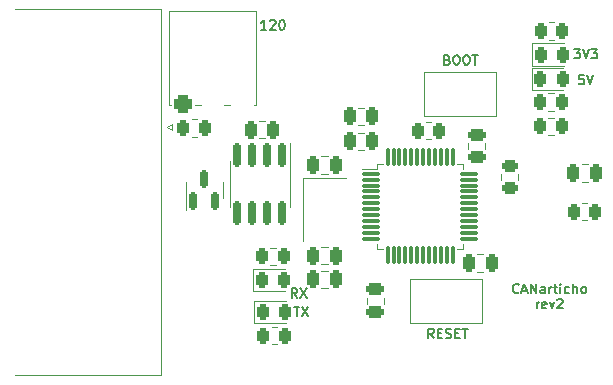
<source format=gbr>
%TF.GenerationSoftware,KiCad,Pcbnew,(6.0.2)*%
%TF.CreationDate,2022-11-22T23:48:31+01:00*%
%TF.ProjectId,CANap_,43414e61-70e9-42e6-9b69-6361645f7063,rev?*%
%TF.SameCoordinates,Original*%
%TF.FileFunction,Legend,Top*%
%TF.FilePolarity,Positive*%
%FSLAX46Y46*%
G04 Gerber Fmt 4.6, Leading zero omitted, Abs format (unit mm)*
G04 Created by KiCad (PCBNEW (6.0.2)) date 2022-11-22 23:48:31*
%MOMM*%
%LPD*%
G01*
G04 APERTURE LIST*
G04 Aperture macros list*
%AMRoundRect*
0 Rectangle with rounded corners*
0 $1 Rounding radius*
0 $2 $3 $4 $5 $6 $7 $8 $9 X,Y pos of 4 corners*
0 Add a 4 corners polygon primitive as box body*
4,1,4,$2,$3,$4,$5,$6,$7,$8,$9,$2,$3,0*
0 Add four circle primitives for the rounded corners*
1,1,$1+$1,$2,$3*
1,1,$1+$1,$4,$5*
1,1,$1+$1,$6,$7*
1,1,$1+$1,$8,$9*
0 Add four rect primitives between the rounded corners*
20,1,$1+$1,$2,$3,$4,$5,0*
20,1,$1+$1,$4,$5,$6,$7,0*
20,1,$1+$1,$6,$7,$8,$9,0*
20,1,$1+$1,$8,$9,$2,$3,0*%
G04 Aperture macros list end*
%ADD10C,0.200000*%
%ADD11C,0.152400*%
%ADD12C,0.120000*%
%ADD13RoundRect,0.250000X-0.250000X-0.475000X0.250000X-0.475000X0.250000X0.475000X-0.250000X0.475000X0*%
%ADD14RoundRect,0.250000X-0.475000X0.250000X-0.475000X-0.250000X0.475000X-0.250000X0.475000X0.250000X0*%
%ADD15RoundRect,0.250000X-0.262500X-0.450000X0.262500X-0.450000X0.262500X0.450000X-0.262500X0.450000X0*%
%ADD16RoundRect,0.250000X0.262500X0.450000X-0.262500X0.450000X-0.262500X-0.450000X0.262500X-0.450000X0*%
%ADD17C,4.000000*%
%ADD18R,1.600000X1.600000*%
%ADD19C,1.600000*%
%ADD20RoundRect,0.250000X0.250000X0.475000X-0.250000X0.475000X-0.250000X-0.475000X0.250000X-0.475000X0*%
%ADD21RoundRect,0.075000X-0.662500X-0.075000X0.662500X-0.075000X0.662500X0.075000X-0.662500X0.075000X0*%
%ADD22RoundRect,0.075000X-0.075000X-0.662500X0.075000X-0.662500X0.075000X0.662500X-0.075000X0.662500X0*%
%ADD23R,1.500000X1.500000*%
%ADD24RoundRect,0.400000X-0.400000X0.400000X-0.400000X-0.400000X0.400000X-0.400000X0.400000X0.400000X0*%
%ADD25RoundRect,0.243750X-0.243750X-0.456250X0.243750X-0.456250X0.243750X0.456250X-0.243750X0.456250X0*%
%ADD26RoundRect,0.150000X-0.150000X0.825000X-0.150000X-0.825000X0.150000X-0.825000X0.150000X0.825000X0*%
%ADD27RoundRect,0.150000X0.150000X-0.587500X0.150000X0.587500X-0.150000X0.587500X-0.150000X-0.587500X0*%
%ADD28RoundRect,0.250000X-0.450000X0.262500X-0.450000X-0.262500X0.450000X-0.262500X0.450000X0.262500X0*%
%ADD29R,1.300000X1.600000*%
%ADD30C,0.700000*%
%ADD31O,2.400000X0.900000*%
%ADD32O,1.700000X0.900000*%
G04 APERTURE END LIST*
D10*
X165989285Y-71767857D02*
X166103571Y-71805952D01*
X166141666Y-71844047D01*
X166179761Y-71920238D01*
X166179761Y-72034523D01*
X166141666Y-72110714D01*
X166103571Y-72148809D01*
X166027380Y-72186904D01*
X165722619Y-72186904D01*
X165722619Y-71386904D01*
X165989285Y-71386904D01*
X166065476Y-71425000D01*
X166103571Y-71463095D01*
X166141666Y-71539285D01*
X166141666Y-71615476D01*
X166103571Y-71691666D01*
X166065476Y-71729761D01*
X165989285Y-71767857D01*
X165722619Y-71767857D01*
X166675000Y-71386904D02*
X166827380Y-71386904D01*
X166903571Y-71425000D01*
X166979761Y-71501190D01*
X167017857Y-71653571D01*
X167017857Y-71920238D01*
X166979761Y-72072619D01*
X166903571Y-72148809D01*
X166827380Y-72186904D01*
X166675000Y-72186904D01*
X166598809Y-72148809D01*
X166522619Y-72072619D01*
X166484523Y-71920238D01*
X166484523Y-71653571D01*
X166522619Y-71501190D01*
X166598809Y-71425000D01*
X166675000Y-71386904D01*
X167513095Y-71386904D02*
X167665476Y-71386904D01*
X167741666Y-71425000D01*
X167817857Y-71501190D01*
X167855952Y-71653571D01*
X167855952Y-71920238D01*
X167817857Y-72072619D01*
X167741666Y-72148809D01*
X167665476Y-72186904D01*
X167513095Y-72186904D01*
X167436904Y-72148809D01*
X167360714Y-72072619D01*
X167322619Y-71920238D01*
X167322619Y-71653571D01*
X167360714Y-71501190D01*
X167436904Y-71425000D01*
X167513095Y-71386904D01*
X168084523Y-71386904D02*
X168541666Y-71386904D01*
X168313095Y-72186904D02*
X168313095Y-71386904D01*
X177547619Y-73061904D02*
X177166666Y-73061904D01*
X177128571Y-73442857D01*
X177166666Y-73404761D01*
X177242857Y-73366666D01*
X177433333Y-73366666D01*
X177509523Y-73404761D01*
X177547619Y-73442857D01*
X177585714Y-73519047D01*
X177585714Y-73709523D01*
X177547619Y-73785714D01*
X177509523Y-73823809D01*
X177433333Y-73861904D01*
X177242857Y-73861904D01*
X177166666Y-73823809D01*
X177128571Y-73785714D01*
X177814285Y-73061904D02*
X178080952Y-73861904D01*
X178347619Y-73061904D01*
D11*
X150658133Y-69217695D02*
X150193676Y-69217695D01*
X150425904Y-69217695D02*
X150425904Y-68404895D01*
X150348495Y-68521009D01*
X150271085Y-68598419D01*
X150193676Y-68637123D01*
X150967771Y-68482304D02*
X151006476Y-68443600D01*
X151083885Y-68404895D01*
X151277409Y-68404895D01*
X151354819Y-68443600D01*
X151393523Y-68482304D01*
X151432228Y-68559714D01*
X151432228Y-68637123D01*
X151393523Y-68753238D01*
X150929066Y-69217695D01*
X151432228Y-69217695D01*
X151935390Y-68404895D02*
X152012800Y-68404895D01*
X152090209Y-68443600D01*
X152128914Y-68482304D01*
X152167619Y-68559714D01*
X152206323Y-68714533D01*
X152206323Y-68908057D01*
X152167619Y-69062876D01*
X152128914Y-69140285D01*
X152090209Y-69178990D01*
X152012800Y-69217695D01*
X151935390Y-69217695D01*
X151857980Y-69178990D01*
X151819276Y-69140285D01*
X151780571Y-69062876D01*
X151741866Y-68908057D01*
X151741866Y-68714533D01*
X151780571Y-68559714D01*
X151819276Y-68482304D01*
X151857980Y-68443600D01*
X151935390Y-68404895D01*
D10*
X176709523Y-70861904D02*
X177204761Y-70861904D01*
X176938095Y-71166666D01*
X177052380Y-71166666D01*
X177128571Y-71204761D01*
X177166666Y-71242857D01*
X177204761Y-71319047D01*
X177204761Y-71509523D01*
X177166666Y-71585714D01*
X177128571Y-71623809D01*
X177052380Y-71661904D01*
X176823809Y-71661904D01*
X176747619Y-71623809D01*
X176709523Y-71585714D01*
X177433333Y-70861904D02*
X177700000Y-71661904D01*
X177966666Y-70861904D01*
X178157142Y-70861904D02*
X178652380Y-70861904D01*
X178385714Y-71166666D01*
X178500000Y-71166666D01*
X178576190Y-71204761D01*
X178614285Y-71242857D01*
X178652380Y-71319047D01*
X178652380Y-71509523D01*
X178614285Y-71585714D01*
X178576190Y-71623809D01*
X178500000Y-71661904D01*
X178271428Y-71661904D01*
X178195238Y-71623809D01*
X178157142Y-71585714D01*
X153266666Y-91911904D02*
X153000000Y-91530952D01*
X152809523Y-91911904D02*
X152809523Y-91111904D01*
X153114285Y-91111904D01*
X153190476Y-91150000D01*
X153228571Y-91188095D01*
X153266666Y-91264285D01*
X153266666Y-91378571D01*
X153228571Y-91454761D01*
X153190476Y-91492857D01*
X153114285Y-91530952D01*
X152809523Y-91530952D01*
X153533333Y-91111904D02*
X154066666Y-91911904D01*
X154066666Y-91111904D02*
X153533333Y-91911904D01*
X172015476Y-91466714D02*
X171977380Y-91504809D01*
X171863095Y-91542904D01*
X171786904Y-91542904D01*
X171672619Y-91504809D01*
X171596428Y-91428619D01*
X171558333Y-91352428D01*
X171520238Y-91200047D01*
X171520238Y-91085761D01*
X171558333Y-90933380D01*
X171596428Y-90857190D01*
X171672619Y-90781000D01*
X171786904Y-90742904D01*
X171863095Y-90742904D01*
X171977380Y-90781000D01*
X172015476Y-90819095D01*
X172320238Y-91314333D02*
X172701190Y-91314333D01*
X172244047Y-91542904D02*
X172510714Y-90742904D01*
X172777380Y-91542904D01*
X173044047Y-91542904D02*
X173044047Y-90742904D01*
X173501190Y-91542904D01*
X173501190Y-90742904D01*
X174225000Y-91542904D02*
X174225000Y-91123857D01*
X174186904Y-91047666D01*
X174110714Y-91009571D01*
X173958333Y-91009571D01*
X173882142Y-91047666D01*
X174225000Y-91504809D02*
X174148809Y-91542904D01*
X173958333Y-91542904D01*
X173882142Y-91504809D01*
X173844047Y-91428619D01*
X173844047Y-91352428D01*
X173882142Y-91276238D01*
X173958333Y-91238142D01*
X174148809Y-91238142D01*
X174225000Y-91200047D01*
X174605952Y-91542904D02*
X174605952Y-91009571D01*
X174605952Y-91161952D02*
X174644047Y-91085761D01*
X174682142Y-91047666D01*
X174758333Y-91009571D01*
X174834523Y-91009571D01*
X174986904Y-91009571D02*
X175291666Y-91009571D01*
X175101190Y-90742904D02*
X175101190Y-91428619D01*
X175139285Y-91504809D01*
X175215476Y-91542904D01*
X175291666Y-91542904D01*
X175558333Y-91542904D02*
X175558333Y-91009571D01*
X175558333Y-90742904D02*
X175520238Y-90781000D01*
X175558333Y-90819095D01*
X175596428Y-90781000D01*
X175558333Y-90742904D01*
X175558333Y-90819095D01*
X176282142Y-91504809D02*
X176205952Y-91542904D01*
X176053571Y-91542904D01*
X175977380Y-91504809D01*
X175939285Y-91466714D01*
X175901190Y-91390523D01*
X175901190Y-91161952D01*
X175939285Y-91085761D01*
X175977380Y-91047666D01*
X176053571Y-91009571D01*
X176205952Y-91009571D01*
X176282142Y-91047666D01*
X176625000Y-91542904D02*
X176625000Y-90742904D01*
X176967857Y-91542904D02*
X176967857Y-91123857D01*
X176929761Y-91047666D01*
X176853571Y-91009571D01*
X176739285Y-91009571D01*
X176663095Y-91047666D01*
X176625000Y-91085761D01*
X177463095Y-91542904D02*
X177386904Y-91504809D01*
X177348809Y-91466714D01*
X177310714Y-91390523D01*
X177310714Y-91161952D01*
X177348809Y-91085761D01*
X177386904Y-91047666D01*
X177463095Y-91009571D01*
X177577380Y-91009571D01*
X177653571Y-91047666D01*
X177691666Y-91085761D01*
X177729761Y-91161952D01*
X177729761Y-91390523D01*
X177691666Y-91466714D01*
X177653571Y-91504809D01*
X177577380Y-91542904D01*
X177463095Y-91542904D01*
X173539285Y-92830904D02*
X173539285Y-92297571D01*
X173539285Y-92449952D02*
X173577380Y-92373761D01*
X173615476Y-92335666D01*
X173691666Y-92297571D01*
X173767857Y-92297571D01*
X174339285Y-92792809D02*
X174263095Y-92830904D01*
X174110714Y-92830904D01*
X174034523Y-92792809D01*
X173996428Y-92716619D01*
X173996428Y-92411857D01*
X174034523Y-92335666D01*
X174110714Y-92297571D01*
X174263095Y-92297571D01*
X174339285Y-92335666D01*
X174377380Y-92411857D01*
X174377380Y-92488047D01*
X173996428Y-92564238D01*
X174644047Y-92297571D02*
X174834523Y-92830904D01*
X175025000Y-92297571D01*
X175291666Y-92107095D02*
X175329761Y-92069000D01*
X175405952Y-92030904D01*
X175596428Y-92030904D01*
X175672619Y-92069000D01*
X175710714Y-92107095D01*
X175748809Y-92183285D01*
X175748809Y-92259476D01*
X175710714Y-92373761D01*
X175253571Y-92830904D01*
X175748809Y-92830904D01*
X164813095Y-95336904D02*
X164546428Y-94955952D01*
X164355952Y-95336904D02*
X164355952Y-94536904D01*
X164660714Y-94536904D01*
X164736904Y-94575000D01*
X164775000Y-94613095D01*
X164813095Y-94689285D01*
X164813095Y-94803571D01*
X164775000Y-94879761D01*
X164736904Y-94917857D01*
X164660714Y-94955952D01*
X164355952Y-94955952D01*
X165155952Y-94917857D02*
X165422619Y-94917857D01*
X165536904Y-95336904D02*
X165155952Y-95336904D01*
X165155952Y-94536904D01*
X165536904Y-94536904D01*
X165841666Y-95298809D02*
X165955952Y-95336904D01*
X166146428Y-95336904D01*
X166222619Y-95298809D01*
X166260714Y-95260714D01*
X166298809Y-95184523D01*
X166298809Y-95108333D01*
X166260714Y-95032142D01*
X166222619Y-94994047D01*
X166146428Y-94955952D01*
X165994047Y-94917857D01*
X165917857Y-94879761D01*
X165879761Y-94841666D01*
X165841666Y-94765476D01*
X165841666Y-94689285D01*
X165879761Y-94613095D01*
X165917857Y-94575000D01*
X165994047Y-94536904D01*
X166184523Y-94536904D01*
X166298809Y-94575000D01*
X166641666Y-94917857D02*
X166908333Y-94917857D01*
X167022619Y-95336904D02*
X166641666Y-95336904D01*
X166641666Y-94536904D01*
X167022619Y-94536904D01*
X167251190Y-94536904D02*
X167708333Y-94536904D01*
X167479761Y-95336904D02*
X167479761Y-94536904D01*
X152990476Y-92711904D02*
X153447619Y-92711904D01*
X153219047Y-93511904D02*
X153219047Y-92711904D01*
X153638095Y-92711904D02*
X154171428Y-93511904D01*
X154171428Y-92711904D02*
X153638095Y-93511904D01*
D12*
%TO.C,C9*%
X158413748Y-77310000D02*
X158936252Y-77310000D01*
X158413748Y-75840000D02*
X158936252Y-75840000D01*
%TO.C,C11*%
X159140000Y-91913748D02*
X159140000Y-92436252D01*
X160610000Y-91913748D02*
X160610000Y-92436252D01*
%TO.C,R2*%
X174522936Y-78135000D02*
X174977064Y-78135000D01*
X174522936Y-76665000D02*
X174977064Y-76665000D01*
%TO.C,R4*%
X175014564Y-68615000D02*
X174560436Y-68615000D01*
X175014564Y-70085000D02*
X174560436Y-70085000D01*
%TO.C,J2*%
X129400331Y-67505000D02*
X141740331Y-67505000D01*
X141740331Y-98475000D02*
X129400331Y-98475000D01*
X141740331Y-67505000D02*
X141740331Y-98475000D01*
X142634669Y-77200000D02*
X142634669Y-77700000D01*
X142634669Y-77700000D02*
X142201656Y-77450000D01*
X142201656Y-77450000D02*
X142634669Y-77200000D01*
%TO.C,C13*%
X169036252Y-88240000D02*
X168513748Y-88240000D01*
X169036252Y-89710000D02*
X168513748Y-89710000D01*
%TO.C,U3*%
X166835000Y-80565000D02*
X167285000Y-80565000D01*
X167285000Y-80565000D02*
X167285000Y-81015000D01*
X160065000Y-81015000D02*
X158775000Y-81015000D01*
X160515000Y-87785000D02*
X160065000Y-87785000D01*
X166835000Y-87785000D02*
X167285000Y-87785000D01*
X160065000Y-80565000D02*
X160065000Y-81015000D01*
X167285000Y-87785000D02*
X167285000Y-87335000D01*
X160065000Y-87785000D02*
X160065000Y-87335000D01*
X160515000Y-80565000D02*
X160065000Y-80565000D01*
%TO.C,SW3*%
X164015000Y-72825000D02*
X170135000Y-72825000D01*
X164015000Y-76525000D02*
X164015000Y-72825000D01*
X170135000Y-76525000D02*
X164015000Y-76525000D01*
X170135000Y-72825000D02*
X170135000Y-76525000D01*
%TO.C,C4*%
X150561252Y-78435000D02*
X150038748Y-78435000D01*
X150561252Y-76965000D02*
X150038748Y-76965000D01*
%TO.C,R3*%
X177372936Y-83915000D02*
X177827064Y-83915000D01*
X177372936Y-85385000D02*
X177827064Y-85385000D01*
%TO.C,C12*%
X167740000Y-78813748D02*
X167740000Y-79336252D01*
X169210000Y-78813748D02*
X169210000Y-79336252D01*
%TO.C,SW2*%
X147600000Y-75610000D02*
X147100000Y-75610000D01*
X142450000Y-75610000D02*
X142600000Y-75610000D01*
X149750000Y-75610000D02*
X149600000Y-75610000D01*
X149750000Y-75610000D02*
X149750000Y-67660000D01*
X149750000Y-67660000D02*
X142450000Y-67660000D01*
X145100000Y-75610000D02*
X144600000Y-75610000D01*
X142450000Y-67660000D02*
X142450000Y-75610000D01*
%TO.C,C14*%
X155313748Y-89640000D02*
X155836252Y-89640000D01*
X155313748Y-91110000D02*
X155836252Y-91110000D01*
%TO.C,R5*%
X174977064Y-74615000D02*
X174522936Y-74615000D01*
X174977064Y-76085000D02*
X174522936Y-76085000D01*
%TO.C,R1*%
X144322936Y-78285000D02*
X144777064Y-78285000D01*
X144322936Y-76815000D02*
X144777064Y-76815000D01*
%TO.C,D2*%
X173115000Y-74360000D02*
X175800000Y-74360000D01*
X173115000Y-72440000D02*
X173115000Y-74360000D01*
X175800000Y-72440000D02*
X173115000Y-72440000D01*
%TO.C,R9*%
X151552064Y-94390000D02*
X151097936Y-94390000D01*
X151552064Y-95860000D02*
X151097936Y-95860000D01*
%TO.C,C7*%
X155313748Y-81410000D02*
X155836252Y-81410000D01*
X155313748Y-79940000D02*
X155836252Y-79940000D01*
%TO.C,U2*%
X147540000Y-82300000D02*
X147540000Y-80350000D01*
X152660000Y-82300000D02*
X152660000Y-84250000D01*
X152660000Y-82300000D02*
X152660000Y-78850000D01*
X147540000Y-82300000D02*
X147540000Y-84250000D01*
%TO.C,D4*%
X149540000Y-91385000D02*
X152225000Y-91385000D01*
X149540000Y-89465000D02*
X149540000Y-91385000D01*
X152225000Y-89465000D02*
X149540000Y-89465000D01*
%TO.C,R8*%
X151452064Y-87690000D02*
X150997936Y-87690000D01*
X151452064Y-89160000D02*
X150997936Y-89160000D01*
%TO.C,C8*%
X155836252Y-89110000D02*
X155313748Y-89110000D01*
X155836252Y-87640000D02*
X155313748Y-87640000D01*
%TO.C,C10*%
X158413748Y-79410000D02*
X158936252Y-79410000D01*
X158413748Y-77940000D02*
X158936252Y-77940000D01*
%TO.C,D1*%
X175825000Y-70390000D02*
X173140000Y-70390000D01*
X173140000Y-72310000D02*
X175825000Y-72310000D01*
X173140000Y-70390000D02*
X173140000Y-72310000D01*
%TO.C,D3*%
X146960000Y-82800000D02*
X146960000Y-82150000D01*
X143840000Y-82800000D02*
X143840000Y-82150000D01*
X143840000Y-82800000D02*
X143840000Y-84475000D01*
X146960000Y-82800000D02*
X146960000Y-83450000D01*
%TO.C,R7*%
X171985000Y-81460436D02*
X171985000Y-81914564D01*
X170515000Y-81460436D02*
X170515000Y-81914564D01*
%TO.C,SW4*%
X168935000Y-94025000D02*
X162815000Y-94025000D01*
X168935000Y-90325000D02*
X168935000Y-94025000D01*
X162815000Y-90325000D02*
X168935000Y-90325000D01*
X162815000Y-94025000D02*
X162815000Y-90325000D01*
%TO.C,D5*%
X149640000Y-92165000D02*
X149640000Y-94085000D01*
X149640000Y-94085000D02*
X152325000Y-94085000D01*
X152325000Y-92165000D02*
X149640000Y-92165000D01*
%TO.C,R6*%
X164602064Y-77040000D02*
X164147936Y-77040000D01*
X164602064Y-78510000D02*
X164147936Y-78510000D01*
%TO.C,Y1*%
X153725000Y-81825000D02*
X153725000Y-87125000D01*
X157425000Y-81825000D02*
X153725000Y-81825000D01*
%TO.C,C6*%
X177338748Y-82085000D02*
X177861252Y-82085000D01*
X177338748Y-80615000D02*
X177861252Y-80615000D01*
%TD*%
%LPC*%
D13*
%TO.C,C9*%
X157725000Y-76575000D03*
X159625000Y-76575000D03*
%TD*%
D14*
%TO.C,C11*%
X159875000Y-91225000D03*
X159875000Y-93125000D03*
%TD*%
D15*
%TO.C,R2*%
X175662500Y-77400000D03*
X173837500Y-77400000D03*
%TD*%
D16*
%TO.C,R4*%
X175700000Y-69350000D03*
X173875000Y-69350000D03*
%TD*%
D17*
%TO.C,J2*%
X138460331Y-70490000D03*
X138460331Y-95490000D03*
D18*
X139880331Y-77450000D03*
D19*
X139880331Y-80220000D03*
X139880331Y-82990000D03*
X139880331Y-85760000D03*
X139880331Y-88530000D03*
X137040331Y-78835000D03*
X137040331Y-81605000D03*
X137040331Y-84375000D03*
X137040331Y-87145000D03*
%TD*%
D20*
%TO.C,C13*%
X169725000Y-88975000D03*
X167825000Y-88975000D03*
%TD*%
D21*
%TO.C,U3*%
X159512500Y-81425000D03*
X159512500Y-81925000D03*
X159512500Y-82425000D03*
X159512500Y-82925000D03*
X159512500Y-83425000D03*
X159512500Y-83925000D03*
X159512500Y-84425000D03*
X159512500Y-84925000D03*
X159512500Y-85425000D03*
X159512500Y-85925000D03*
X159512500Y-86425000D03*
X159512500Y-86925000D03*
D22*
X160925000Y-88337500D03*
X161425000Y-88337500D03*
X161925000Y-88337500D03*
X162425000Y-88337500D03*
X162925000Y-88337500D03*
X163425000Y-88337500D03*
X163925000Y-88337500D03*
X164425000Y-88337500D03*
X164925000Y-88337500D03*
X165425000Y-88337500D03*
X165925000Y-88337500D03*
X166425000Y-88337500D03*
D21*
X167837500Y-86925000D03*
X167837500Y-86425000D03*
X167837500Y-85925000D03*
X167837500Y-85425000D03*
X167837500Y-84925000D03*
X167837500Y-84425000D03*
X167837500Y-83925000D03*
X167837500Y-83425000D03*
X167837500Y-82925000D03*
X167837500Y-82425000D03*
X167837500Y-81925000D03*
X167837500Y-81425000D03*
D22*
X166425000Y-80012500D03*
X165925000Y-80012500D03*
X165425000Y-80012500D03*
X164925000Y-80012500D03*
X164425000Y-80012500D03*
X163925000Y-80012500D03*
X163425000Y-80012500D03*
X162925000Y-80012500D03*
X162425000Y-80012500D03*
X161925000Y-80012500D03*
X161425000Y-80012500D03*
X160925000Y-80012500D03*
%TD*%
D23*
%TO.C,SW3*%
X170975000Y-74675000D03*
X163175000Y-74675000D03*
%TD*%
D20*
%TO.C,C4*%
X151250000Y-77700000D03*
X149350000Y-77700000D03*
%TD*%
D15*
%TO.C,R3*%
X178512500Y-84650000D03*
X176687500Y-84650000D03*
%TD*%
D14*
%TO.C,C12*%
X168475000Y-78125000D03*
X168475000Y-80025000D03*
%TD*%
D19*
%TO.C,SW2*%
X143560000Y-70410000D03*
X148640000Y-70410000D03*
D24*
X143560000Y-75490000D03*
D19*
X146100000Y-75490000D03*
X148640000Y-75490000D03*
%TD*%
D13*
%TO.C,C14*%
X154625000Y-90375000D03*
X156525000Y-90375000D03*
%TD*%
D16*
%TO.C,R5*%
X173837500Y-75350000D03*
X175662500Y-75350000D03*
%TD*%
D15*
%TO.C,R1*%
X143637500Y-77550000D03*
X145462500Y-77550000D03*
%TD*%
D25*
%TO.C,D2*%
X175737500Y-73400000D03*
X173862500Y-73400000D03*
%TD*%
D16*
%TO.C,R9*%
X152237500Y-95125000D03*
X150412500Y-95125000D03*
%TD*%
D13*
%TO.C,C7*%
X154625000Y-80675000D03*
X156525000Y-80675000D03*
%TD*%
D26*
%TO.C,U2*%
X152005000Y-79825000D03*
X150735000Y-79825000D03*
X149465000Y-79825000D03*
X148195000Y-79825000D03*
X148195000Y-84775000D03*
X149465000Y-84775000D03*
X150735000Y-84775000D03*
X152005000Y-84775000D03*
%TD*%
D25*
%TO.C,D4*%
X150287500Y-90425000D03*
X152162500Y-90425000D03*
%TD*%
D16*
%TO.C,R8*%
X152137500Y-88425000D03*
X150312500Y-88425000D03*
%TD*%
D20*
%TO.C,C8*%
X156525000Y-88375000D03*
X154625000Y-88375000D03*
%TD*%
D13*
%TO.C,C10*%
X157725000Y-78675000D03*
X159625000Y-78675000D03*
%TD*%
D25*
%TO.C,D1*%
X173887500Y-71350000D03*
X175762500Y-71350000D03*
%TD*%
D27*
%TO.C,D3*%
X144450000Y-83737500D03*
X146350000Y-83737500D03*
X145400000Y-81862500D03*
%TD*%
D28*
%TO.C,R7*%
X171250000Y-80775000D03*
X171250000Y-82600000D03*
%TD*%
D23*
%TO.C,SW4*%
X169775000Y-92175000D03*
X161975000Y-92175000D03*
%TD*%
D25*
%TO.C,D5*%
X150387500Y-93125000D03*
X152262500Y-93125000D03*
%TD*%
D16*
%TO.C,R6*%
X165287500Y-77775000D03*
X163462500Y-77775000D03*
%TD*%
D29*
%TO.C,Y1*%
X154575000Y-82825000D03*
X154575000Y-86125000D03*
X156575000Y-86125000D03*
X156575000Y-82825000D03*
%TD*%
D13*
%TO.C,C6*%
X178550000Y-81350000D03*
X176650000Y-81350000D03*
%TD*%
D30*
%TO.C,J1*%
X173850000Y-80350000D03*
X173850000Y-81200000D03*
X173850000Y-82050000D03*
X173850000Y-82900000D03*
X173850000Y-83750000D03*
X173850000Y-84600000D03*
X173850000Y-85450000D03*
X173850000Y-86300000D03*
X175200000Y-86300000D03*
X175200000Y-85450000D03*
X175200000Y-84600000D03*
X175200000Y-83750000D03*
X175200000Y-82900000D03*
X175200000Y-82050000D03*
X175200000Y-81200000D03*
X175200000Y-80350000D03*
D31*
X174830000Y-79000000D03*
D32*
X178210000Y-87650000D03*
X178210000Y-79000000D03*
D31*
X174830000Y-87650000D03*
%TD*%
M02*

</source>
